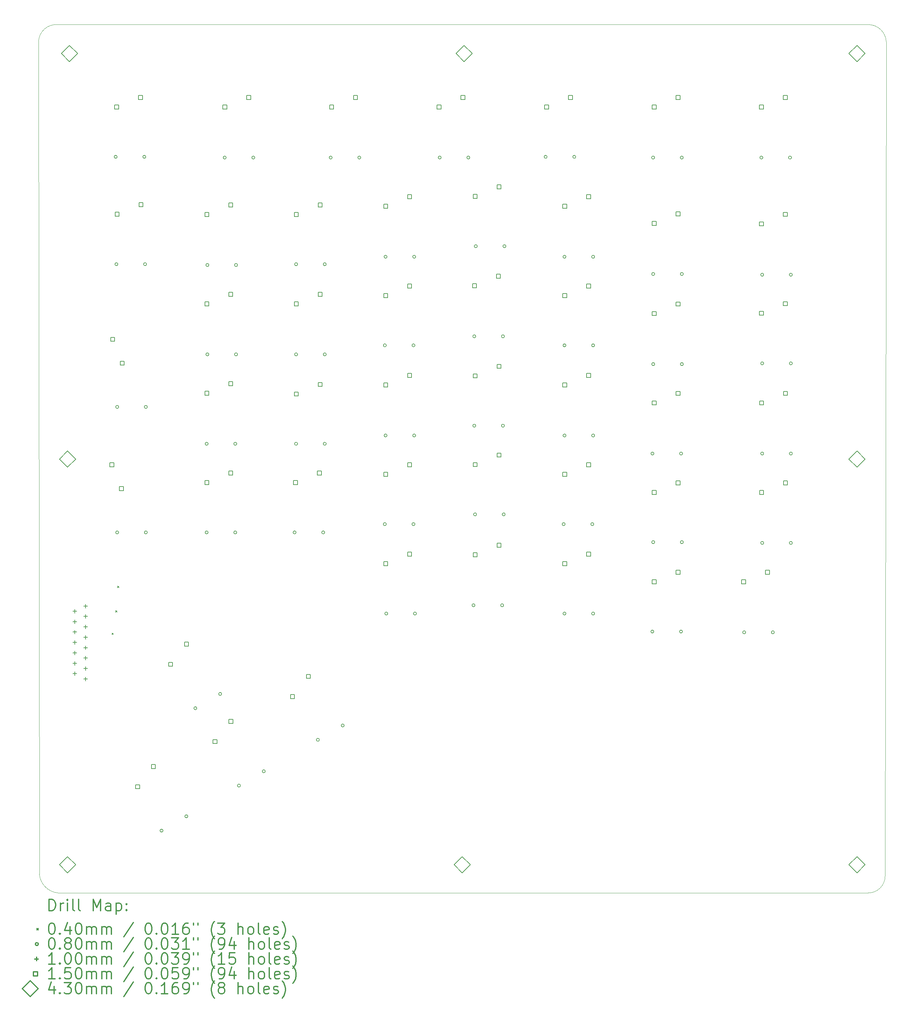
<source format=gbr>
%FSLAX45Y45*%
G04 Gerber Fmt 4.5, Leading zero omitted, Abs format (unit mm)*
G04 Created by KiCad (PCBNEW 5.1.6-c6e7f7d~87~ubuntu20.04.1) date 2020-09-08 11:45:37*
%MOMM*%
%LPD*%
G01*
G04 APERTURE LIST*
%TA.AperFunction,Profile*%
%ADD10C,0.100000*%
%TD*%
%ADD11C,0.200000*%
%ADD12C,0.300000*%
G04 APERTURE END LIST*
D10*
X25050000Y-25050000D02*
X25080000Y-2840000D01*
X25050000Y-25050000D02*
G75*
G02*
X24600000Y-25500000I-450000J0D01*
G01*
X3050000Y-25500000D02*
X24600000Y-25500000D01*
X3050000Y-25500000D02*
G75*
G02*
X2550000Y-25000000I50000J550000D01*
G01*
X2528301Y-2850000D02*
X2550000Y-25000000D01*
X2528301Y-2850000D02*
G75*
G02*
X3040000Y-2380000I471699J0D01*
G01*
X24600000Y-2379584D02*
X3040000Y-2380000D01*
X24600000Y-2379584D02*
G75*
G02*
X25080000Y-2840000I0J-480416D01*
G01*
D11*
X4480000Y-18580000D02*
X4520000Y-18620000D01*
X4520000Y-18580000D02*
X4480000Y-18620000D01*
X4580000Y-17980000D02*
X4620000Y-18020000D01*
X4620000Y-17980000D02*
X4580000Y-18020000D01*
X4630000Y-17330000D02*
X4670000Y-17370000D01*
X4670000Y-17330000D02*
X4630000Y-17370000D01*
X18918000Y-5920000D02*
G75*
G03*
X18918000Y-5920000I-40000J0D01*
G01*
X19680000Y-5920000D02*
G75*
G03*
X19680000Y-5920000I-40000J0D01*
G01*
X16560000Y-8560000D02*
G75*
G03*
X16560000Y-8560000I-40000J0D01*
G01*
X17322000Y-8560000D02*
G75*
G03*
X17322000Y-8560000I-40000J0D01*
G01*
X9380000Y-15900000D02*
G75*
G03*
X9380000Y-15900000I-40000J0D01*
G01*
X10142000Y-15900000D02*
G75*
G03*
X10142000Y-15900000I-40000J0D01*
G01*
X11780000Y-10920000D02*
G75*
G03*
X11780000Y-10920000I-40000J0D01*
G01*
X12542000Y-10920000D02*
G75*
G03*
X12542000Y-10920000I-40000J0D01*
G01*
X21340000Y-18560000D02*
G75*
G03*
X21340000Y-18560000I-40000J0D01*
G01*
X22102000Y-18560000D02*
G75*
G03*
X22102000Y-18560000I-40000J0D01*
G01*
X7900090Y-22641000D02*
G75*
G03*
X7900090Y-22641000I-40000J0D01*
G01*
X8560001Y-22260000D02*
G75*
G03*
X8560001Y-22260000I-40000J0D01*
G01*
X4660000Y-15900000D02*
G75*
G03*
X4660000Y-15900000I-40000J0D01*
G01*
X5422000Y-15900000D02*
G75*
G03*
X5422000Y-15900000I-40000J0D01*
G01*
X7040000Y-13540000D02*
G75*
G03*
X7040000Y-13540000I-40000J0D01*
G01*
X7802000Y-13540000D02*
G75*
G03*
X7802000Y-13540000I-40000J0D01*
G01*
X11780000Y-15680000D02*
G75*
G03*
X11780000Y-15680000I-40000J0D01*
G01*
X12542000Y-15680000D02*
G75*
G03*
X12542000Y-15680000I-40000J0D01*
G01*
X16538000Y-15680000D02*
G75*
G03*
X16538000Y-15680000I-40000J0D01*
G01*
X17300000Y-15680000D02*
G75*
G03*
X17300000Y-15680000I-40000J0D01*
G01*
X14140000Y-17840000D02*
G75*
G03*
X14140000Y-17840000I-40000J0D01*
G01*
X14902000Y-17840000D02*
G75*
G03*
X14902000Y-17840000I-40000J0D01*
G01*
X10340000Y-5920000D02*
G75*
G03*
X10340000Y-5920000I-40000J0D01*
G01*
X11102000Y-5920000D02*
G75*
G03*
X11102000Y-5920000I-40000J0D01*
G01*
X14160000Y-10680000D02*
G75*
G03*
X14160000Y-10680000I-40000J0D01*
G01*
X14922000Y-10680000D02*
G75*
G03*
X14922000Y-10680000I-40000J0D01*
G01*
X9420000Y-8760000D02*
G75*
G03*
X9420000Y-8760000I-40000J0D01*
G01*
X10182000Y-8760000D02*
G75*
G03*
X10182000Y-8760000I-40000J0D01*
G01*
X16560000Y-10920000D02*
G75*
G03*
X16560000Y-10920000I-40000J0D01*
G01*
X17322000Y-10920000D02*
G75*
G03*
X17322000Y-10920000I-40000J0D01*
G01*
X21820000Y-11400000D02*
G75*
G03*
X21820000Y-11400000I-40000J0D01*
G01*
X22582000Y-11400000D02*
G75*
G03*
X22582000Y-11400000I-40000J0D01*
G01*
X21820000Y-9040000D02*
G75*
G03*
X21820000Y-9040000I-40000J0D01*
G01*
X22582000Y-9040000D02*
G75*
G03*
X22582000Y-9040000I-40000J0D01*
G01*
X16560000Y-18060000D02*
G75*
G03*
X16560000Y-18060000I-40000J0D01*
G01*
X17322000Y-18060000D02*
G75*
G03*
X17322000Y-18060000I-40000J0D01*
G01*
X7040000Y-15900000D02*
G75*
G03*
X7040000Y-15900000I-40000J0D01*
G01*
X7802000Y-15900000D02*
G75*
G03*
X7802000Y-15900000I-40000J0D01*
G01*
X6740090Y-20581000D02*
G75*
G03*
X6740090Y-20581000I-40000J0D01*
G01*
X7400001Y-20200000D02*
G75*
G03*
X7400001Y-20200000I-40000J0D01*
G01*
X4660000Y-12560000D02*
G75*
G03*
X4660000Y-12560000I-40000J0D01*
G01*
X5422000Y-12560000D02*
G75*
G03*
X5422000Y-12560000I-40000J0D01*
G01*
X7060000Y-11160000D02*
G75*
G03*
X7060000Y-11160000I-40000J0D01*
G01*
X7822000Y-11160000D02*
G75*
G03*
X7822000Y-11160000I-40000J0D01*
G01*
X21820000Y-13800000D02*
G75*
G03*
X21820000Y-13800000I-40000J0D01*
G01*
X22582000Y-13800000D02*
G75*
G03*
X22582000Y-13800000I-40000J0D01*
G01*
X7060000Y-8780000D02*
G75*
G03*
X7060000Y-8780000I-40000J0D01*
G01*
X7822000Y-8780000D02*
G75*
G03*
X7822000Y-8780000I-40000J0D01*
G01*
X18920000Y-16160000D02*
G75*
G03*
X18920000Y-16160000I-40000J0D01*
G01*
X19682000Y-16160000D02*
G75*
G03*
X19682000Y-16160000I-40000J0D01*
G01*
X18920000Y-9020000D02*
G75*
G03*
X18920000Y-9020000I-40000J0D01*
G01*
X19682000Y-9020000D02*
G75*
G03*
X19682000Y-9020000I-40000J0D01*
G01*
X9420000Y-13540000D02*
G75*
G03*
X9420000Y-13540000I-40000J0D01*
G01*
X10182000Y-13540000D02*
G75*
G03*
X10182000Y-13540000I-40000J0D01*
G01*
X14180000Y-15420000D02*
G75*
G03*
X14180000Y-15420000I-40000J0D01*
G01*
X14942000Y-15420000D02*
G75*
G03*
X14942000Y-15420000I-40000J0D01*
G01*
X11820000Y-18060000D02*
G75*
G03*
X11820000Y-18060000I-40000J0D01*
G01*
X12582000Y-18060000D02*
G75*
G03*
X12582000Y-18060000I-40000J0D01*
G01*
X11800000Y-8560000D02*
G75*
G03*
X11800000Y-8560000I-40000J0D01*
G01*
X12562000Y-8560000D02*
G75*
G03*
X12562000Y-8560000I-40000J0D01*
G01*
X10000090Y-21421000D02*
G75*
G03*
X10000090Y-21421000I-40000J0D01*
G01*
X10660001Y-21040000D02*
G75*
G03*
X10660001Y-21040000I-40000J0D01*
G01*
X5840090Y-23841000D02*
G75*
G03*
X5840090Y-23841000I-40000J0D01*
G01*
X6500001Y-23460000D02*
G75*
G03*
X6500001Y-23460000I-40000J0D01*
G01*
X21820000Y-16180000D02*
G75*
G03*
X21820000Y-16180000I-40000J0D01*
G01*
X22582000Y-16180000D02*
G75*
G03*
X22582000Y-16180000I-40000J0D01*
G01*
X18898000Y-18540000D02*
G75*
G03*
X18898000Y-18540000I-40000J0D01*
G01*
X19660000Y-18540000D02*
G75*
G03*
X19660000Y-18540000I-40000J0D01*
G01*
X9420000Y-11160000D02*
G75*
G03*
X9420000Y-11160000I-40000J0D01*
G01*
X10182000Y-11160000D02*
G75*
G03*
X10182000Y-11160000I-40000J0D01*
G01*
X21798000Y-5920000D02*
G75*
G03*
X21798000Y-5920000I-40000J0D01*
G01*
X22560000Y-5920000D02*
G75*
G03*
X22560000Y-5920000I-40000J0D01*
G01*
X16058000Y-5900000D02*
G75*
G03*
X16058000Y-5900000I-40000J0D01*
G01*
X16820000Y-5900000D02*
G75*
G03*
X16820000Y-5900000I-40000J0D01*
G01*
X7520000Y-5920000D02*
G75*
G03*
X7520000Y-5920000I-40000J0D01*
G01*
X8282000Y-5920000D02*
G75*
G03*
X8282000Y-5920000I-40000J0D01*
G01*
X18920000Y-11420000D02*
G75*
G03*
X18920000Y-11420000I-40000J0D01*
G01*
X19682000Y-11420000D02*
G75*
G03*
X19682000Y-11420000I-40000J0D01*
G01*
X4620000Y-5900000D02*
G75*
G03*
X4620000Y-5900000I-40000J0D01*
G01*
X5382000Y-5900000D02*
G75*
G03*
X5382000Y-5900000I-40000J0D01*
G01*
X4640000Y-8760000D02*
G75*
G03*
X4640000Y-8760000I-40000J0D01*
G01*
X5402000Y-8760000D02*
G75*
G03*
X5402000Y-8760000I-40000J0D01*
G01*
X13240000Y-5920000D02*
G75*
G03*
X13240000Y-5920000I-40000J0D01*
G01*
X14002000Y-5920000D02*
G75*
G03*
X14002000Y-5920000I-40000J0D01*
G01*
X18900000Y-13800000D02*
G75*
G03*
X18900000Y-13800000I-40000J0D01*
G01*
X19662000Y-13800000D02*
G75*
G03*
X19662000Y-13800000I-40000J0D01*
G01*
X14200000Y-8280000D02*
G75*
G03*
X14200000Y-8280000I-40000J0D01*
G01*
X14962000Y-8280000D02*
G75*
G03*
X14962000Y-8280000I-40000J0D01*
G01*
X16560000Y-13320000D02*
G75*
G03*
X16560000Y-13320000I-40000J0D01*
G01*
X17322000Y-13320000D02*
G75*
G03*
X17322000Y-13320000I-40000J0D01*
G01*
X11800000Y-13320000D02*
G75*
G03*
X11800000Y-13320000I-40000J0D01*
G01*
X12562000Y-13320000D02*
G75*
G03*
X12562000Y-13320000I-40000J0D01*
G01*
X14160000Y-13060000D02*
G75*
G03*
X14160000Y-13060000I-40000J0D01*
G01*
X14922000Y-13060000D02*
G75*
G03*
X14922000Y-13060000I-40000J0D01*
G01*
X3496000Y-17948500D02*
X3496000Y-18048500D01*
X3446000Y-17998500D02*
X3546000Y-17998500D01*
X3496000Y-18225500D02*
X3496000Y-18325500D01*
X3446000Y-18275500D02*
X3546000Y-18275500D01*
X3496000Y-18502500D02*
X3496000Y-18602500D01*
X3446000Y-18552500D02*
X3546000Y-18552500D01*
X3496000Y-18779500D02*
X3496000Y-18879500D01*
X3446000Y-18829500D02*
X3546000Y-18829500D01*
X3496000Y-19056500D02*
X3496000Y-19156500D01*
X3446000Y-19106500D02*
X3546000Y-19106500D01*
X3496000Y-19333500D02*
X3496000Y-19433500D01*
X3446000Y-19383500D02*
X3546000Y-19383500D01*
X3496000Y-19610500D02*
X3496000Y-19710500D01*
X3446000Y-19660500D02*
X3546000Y-19660500D01*
X3780000Y-17810000D02*
X3780000Y-17910000D01*
X3730000Y-17860000D02*
X3830000Y-17860000D01*
X3780000Y-18087000D02*
X3780000Y-18187000D01*
X3730000Y-18137000D02*
X3830000Y-18137000D01*
X3780000Y-18364000D02*
X3780000Y-18464000D01*
X3730000Y-18414000D02*
X3830000Y-18414000D01*
X3780000Y-18641000D02*
X3780000Y-18741000D01*
X3730000Y-18691000D02*
X3830000Y-18691000D01*
X3780000Y-18918000D02*
X3780000Y-19018000D01*
X3730000Y-18968000D02*
X3830000Y-18968000D01*
X3780000Y-19195000D02*
X3780000Y-19295000D01*
X3730000Y-19245000D02*
X3830000Y-19245000D01*
X3780000Y-19472000D02*
X3780000Y-19572000D01*
X3730000Y-19522000D02*
X3830000Y-19522000D01*
X3780000Y-19749000D02*
X3780000Y-19849000D01*
X3730000Y-19799000D02*
X3830000Y-19799000D01*
X6096077Y-19463604D02*
X6096077Y-19357537D01*
X5990010Y-19357537D01*
X5990010Y-19463604D01*
X6096077Y-19463604D01*
X6519003Y-18926134D02*
X6519003Y-18820067D01*
X6412936Y-18820067D01*
X6412936Y-18926134D01*
X6519003Y-18926134D01*
X9438034Y-12267033D02*
X9438034Y-12160966D01*
X9331967Y-12160966D01*
X9331967Y-12267033D01*
X9438034Y-12267033D01*
X10073034Y-12013033D02*
X10073034Y-11906966D01*
X9966967Y-11906966D01*
X9966967Y-12013033D01*
X10073034Y-12013033D01*
X7058033Y-12247033D02*
X7058033Y-12140966D01*
X6951966Y-12140966D01*
X6951966Y-12247033D01*
X7058033Y-12247033D01*
X7693033Y-11993033D02*
X7693033Y-11886966D01*
X7586966Y-11886966D01*
X7586966Y-11993033D01*
X7693033Y-11993033D01*
X11818033Y-14407033D02*
X11818033Y-14300966D01*
X11711966Y-14300966D01*
X11711966Y-14407033D01*
X11818033Y-14407033D01*
X12453033Y-14153033D02*
X12453033Y-14046966D01*
X12346966Y-14046966D01*
X12346966Y-14153033D01*
X12453033Y-14153033D01*
X18958034Y-14887033D02*
X18958034Y-14780966D01*
X18851967Y-14780966D01*
X18851967Y-14887033D01*
X18958034Y-14887033D01*
X19593034Y-14633033D02*
X19593034Y-14526966D01*
X19486967Y-14526966D01*
X19486967Y-14633033D01*
X19593034Y-14633033D01*
X7058033Y-14627033D02*
X7058033Y-14520966D01*
X6951966Y-14520966D01*
X6951966Y-14627033D01*
X7058033Y-14627033D01*
X7693033Y-14373033D02*
X7693033Y-14266966D01*
X7586966Y-14266966D01*
X7586966Y-14373033D01*
X7693033Y-14373033D01*
X14198033Y-16547033D02*
X14198033Y-16440966D01*
X14091966Y-16440966D01*
X14091966Y-16547033D01*
X14198033Y-16547033D01*
X14833033Y-16293033D02*
X14833033Y-16186966D01*
X14726966Y-16186966D01*
X14726966Y-16293033D01*
X14833033Y-16293033D01*
X21812034Y-10119034D02*
X21812034Y-10012967D01*
X21705967Y-10012967D01*
X21705967Y-10119034D01*
X21812034Y-10119034D01*
X22447033Y-9865034D02*
X22447033Y-9758967D01*
X22340967Y-9758967D01*
X22340967Y-9865034D01*
X22447033Y-9865034D01*
X16578033Y-9647034D02*
X16578033Y-9540967D01*
X16471966Y-9540967D01*
X16471966Y-9647034D01*
X16578033Y-9647034D01*
X17213034Y-9393034D02*
X17213034Y-9286967D01*
X17106967Y-9286967D01*
X17106967Y-9393034D01*
X17213034Y-9393034D01*
X13238033Y-4627034D02*
X13238033Y-4520967D01*
X13131966Y-4520967D01*
X13131966Y-4627034D01*
X13238033Y-4627034D01*
X13873033Y-4373034D02*
X13873033Y-4266967D01*
X13766966Y-4266967D01*
X13766966Y-4373034D01*
X13873033Y-4373034D01*
X21818034Y-12507033D02*
X21818034Y-12400966D01*
X21711967Y-12400966D01*
X21711967Y-12507033D01*
X21818034Y-12507033D01*
X22453033Y-12253033D02*
X22453033Y-12146966D01*
X22346967Y-12146966D01*
X22346967Y-12253033D01*
X22453033Y-12253033D01*
X5216077Y-22723604D02*
X5216077Y-22617537D01*
X5110010Y-22617537D01*
X5110010Y-22723604D01*
X5216077Y-22723604D01*
X5639003Y-22186134D02*
X5639003Y-22080067D01*
X5532937Y-22080067D01*
X5532937Y-22186134D01*
X5639003Y-22186134D01*
X7058033Y-9867034D02*
X7058033Y-9760967D01*
X6951966Y-9760967D01*
X6951966Y-9867034D01*
X7058033Y-9867034D01*
X7693033Y-9613034D02*
X7693033Y-9506967D01*
X7586966Y-9506967D01*
X7586966Y-9613034D01*
X7693033Y-9613034D01*
X14198033Y-11787033D02*
X14198033Y-11680966D01*
X14091966Y-11680966D01*
X14091966Y-11787033D01*
X14198033Y-11787033D01*
X14833033Y-11533033D02*
X14833033Y-11426966D01*
X14726966Y-11426966D01*
X14726966Y-11533033D01*
X14833033Y-11533033D01*
X9418034Y-14627033D02*
X9418034Y-14520966D01*
X9311967Y-14520966D01*
X9311967Y-14627033D01*
X9418034Y-14627033D01*
X10053034Y-14373033D02*
X10053034Y-14266966D01*
X9946967Y-14266966D01*
X9946967Y-14373033D01*
X10053034Y-14373033D01*
X11818033Y-9647034D02*
X11818033Y-9540967D01*
X11711966Y-9540967D01*
X11711966Y-9647034D01*
X11818033Y-9647034D01*
X12453033Y-9393034D02*
X12453033Y-9286967D01*
X12346966Y-9286967D01*
X12346966Y-9393034D01*
X12453033Y-9393034D01*
X21818034Y-14887033D02*
X21818034Y-14780966D01*
X21711967Y-14780966D01*
X21711967Y-14887033D01*
X21818034Y-14887033D01*
X22453033Y-14633033D02*
X22453033Y-14526966D01*
X22346967Y-14526966D01*
X22346967Y-14633033D01*
X22453033Y-14633033D01*
X16578033Y-16787034D02*
X16578033Y-16680966D01*
X16471966Y-16680966D01*
X16471966Y-16787034D01*
X16578033Y-16787034D01*
X17213034Y-16533033D02*
X17213034Y-16426966D01*
X17106967Y-16426966D01*
X17106967Y-16533033D01*
X17213034Y-16533033D01*
X16578033Y-7267033D02*
X16578033Y-7160966D01*
X16471966Y-7160966D01*
X16471966Y-7267033D01*
X16578033Y-7267033D01*
X17213034Y-7013033D02*
X17213034Y-6906966D01*
X17106967Y-6906966D01*
X17106967Y-7013033D01*
X17213034Y-7013033D01*
X18958034Y-10127034D02*
X18958034Y-10020967D01*
X18851967Y-10020967D01*
X18851967Y-10127034D01*
X18958034Y-10127034D01*
X19593034Y-9873034D02*
X19593034Y-9766967D01*
X19486967Y-9766967D01*
X19486967Y-9873034D01*
X19593034Y-9873034D01*
X4533034Y-14153033D02*
X4533034Y-14046966D01*
X4426967Y-14046966D01*
X4426967Y-14153033D01*
X4533034Y-14153033D01*
X4787034Y-14788033D02*
X4787034Y-14681966D01*
X4680967Y-14681966D01*
X4680967Y-14788033D01*
X4787034Y-14788033D01*
X7058033Y-7487033D02*
X7058033Y-7380966D01*
X6951966Y-7380966D01*
X6951966Y-7487033D01*
X7058033Y-7487033D01*
X7693033Y-7233033D02*
X7693033Y-7126966D01*
X7586966Y-7126966D01*
X7586966Y-7233033D01*
X7693033Y-7233033D01*
X14198033Y-14147033D02*
X14198033Y-14040966D01*
X14091966Y-14040966D01*
X14091966Y-14147033D01*
X14198033Y-14147033D01*
X14833033Y-13893033D02*
X14833033Y-13786966D01*
X14726966Y-13786966D01*
X14726966Y-13893033D01*
X14833033Y-13893033D01*
X16098033Y-4627034D02*
X16098033Y-4520967D01*
X15991966Y-4520967D01*
X15991966Y-4627034D01*
X16098033Y-4627034D01*
X16733033Y-4373034D02*
X16733033Y-4266967D01*
X16626966Y-4266967D01*
X16626966Y-4373034D01*
X16733033Y-4373034D01*
X9438034Y-9867034D02*
X9438034Y-9760967D01*
X9331967Y-9760967D01*
X9331967Y-9867034D01*
X9438034Y-9867034D01*
X10073034Y-9613034D02*
X10073034Y-9506967D01*
X9966967Y-9506967D01*
X9966967Y-9613034D01*
X10073034Y-9613034D01*
X9336077Y-20323604D02*
X9336077Y-20217537D01*
X9230010Y-20217537D01*
X9230010Y-20323604D01*
X9336077Y-20323604D01*
X9759004Y-19786134D02*
X9759004Y-19680067D01*
X9652937Y-19680067D01*
X9652937Y-19786134D01*
X9759004Y-19786134D01*
X11818033Y-7267033D02*
X11818033Y-7160966D01*
X11711966Y-7160966D01*
X11711966Y-7267033D01*
X11818033Y-7267033D01*
X12453033Y-7013033D02*
X12453033Y-6906966D01*
X12346966Y-6906966D01*
X12346966Y-7013033D01*
X12453033Y-7013033D01*
X4553034Y-10813034D02*
X4553034Y-10706967D01*
X4446967Y-10706967D01*
X4446967Y-10813034D01*
X4553034Y-10813034D01*
X4807034Y-11448033D02*
X4807034Y-11341966D01*
X4700967Y-11341966D01*
X4700967Y-11448033D01*
X4807034Y-11448033D01*
X7538033Y-4627034D02*
X7538033Y-4520967D01*
X7431966Y-4520967D01*
X7431966Y-4627034D01*
X7538033Y-4627034D01*
X8173033Y-4373034D02*
X8173033Y-4266967D01*
X8066966Y-4266967D01*
X8066966Y-4373034D01*
X8173033Y-4373034D01*
X21812034Y-4627034D02*
X21812034Y-4520967D01*
X21705967Y-4520967D01*
X21705967Y-4627034D01*
X21812034Y-4627034D01*
X22447033Y-4373034D02*
X22447033Y-4266967D01*
X22340967Y-4266967D01*
X22340967Y-4373034D01*
X22447033Y-4373034D01*
X18958034Y-17267034D02*
X18958034Y-17160967D01*
X18851967Y-17160967D01*
X18851967Y-17267034D01*
X18958034Y-17267034D01*
X19593034Y-17013034D02*
X19593034Y-16906967D01*
X19486967Y-16906967D01*
X19486967Y-17013034D01*
X19593034Y-17013034D01*
X16578033Y-12027033D02*
X16578033Y-11920966D01*
X16471966Y-11920966D01*
X16471966Y-12027033D01*
X16578033Y-12027033D01*
X17213034Y-11773033D02*
X17213034Y-11666966D01*
X17106967Y-11666966D01*
X17106967Y-11773033D01*
X17213034Y-11773033D01*
X4658034Y-4627034D02*
X4658034Y-4520967D01*
X4551967Y-4520967D01*
X4551967Y-4627034D01*
X4658034Y-4627034D01*
X5293034Y-4373034D02*
X5293034Y-4266967D01*
X5186967Y-4266967D01*
X5186967Y-4373034D01*
X5293034Y-4373034D01*
X14178033Y-9387034D02*
X14178033Y-9280967D01*
X14071966Y-9280967D01*
X14071966Y-9387034D01*
X14178033Y-9387034D01*
X14813033Y-9133034D02*
X14813033Y-9026967D01*
X14706966Y-9026967D01*
X14706966Y-9133034D01*
X14813033Y-9133034D01*
X18958034Y-4627034D02*
X18958034Y-4520967D01*
X18851967Y-4520967D01*
X18851967Y-4627034D01*
X18958034Y-4627034D01*
X19593034Y-4373034D02*
X19593034Y-4266967D01*
X19486967Y-4266967D01*
X19486967Y-4373034D01*
X19593034Y-4373034D01*
X11818033Y-12027033D02*
X11818033Y-11920966D01*
X11711966Y-11920966D01*
X11711966Y-12027033D01*
X11818033Y-12027033D01*
X12453033Y-11773033D02*
X12453033Y-11666966D01*
X12346966Y-11666966D01*
X12346966Y-11773033D01*
X12453033Y-11773033D01*
X9438034Y-7487033D02*
X9438034Y-7380966D01*
X9331967Y-7380966D01*
X9331967Y-7487033D01*
X9438034Y-7487033D01*
X10073034Y-7233033D02*
X10073034Y-7126966D01*
X9966967Y-7126966D01*
X9966967Y-7233033D01*
X10073034Y-7233033D01*
X7276077Y-21523604D02*
X7276077Y-21417537D01*
X7170010Y-21417537D01*
X7170010Y-21523604D01*
X7276077Y-21523604D01*
X7699003Y-20986134D02*
X7699003Y-20880067D01*
X7592936Y-20880067D01*
X7592936Y-20986134D01*
X7699003Y-20986134D01*
X10378034Y-4627034D02*
X10378034Y-4520967D01*
X10271967Y-4520967D01*
X10271967Y-4627034D01*
X10378034Y-4627034D01*
X11013034Y-4373034D02*
X11013034Y-4266967D01*
X10906967Y-4266967D01*
X10906967Y-4373034D01*
X11013034Y-4373034D01*
X11818033Y-16787034D02*
X11818033Y-16680966D01*
X11711966Y-16680966D01*
X11711966Y-16787034D01*
X11818033Y-16787034D01*
X12453033Y-16533033D02*
X12453033Y-16426966D01*
X12346966Y-16426966D01*
X12346966Y-16533033D01*
X12453033Y-16533033D01*
X21812034Y-7739033D02*
X21812034Y-7632966D01*
X21705967Y-7632966D01*
X21705967Y-7739033D01*
X21812034Y-7739033D01*
X22447033Y-7485033D02*
X22447033Y-7378966D01*
X22340967Y-7378966D01*
X22340967Y-7485033D01*
X22447033Y-7485033D01*
X21338034Y-17267034D02*
X21338034Y-17160967D01*
X21231967Y-17160967D01*
X21231967Y-17267034D01*
X21338034Y-17267034D01*
X21973034Y-17013034D02*
X21973034Y-16906967D01*
X21866967Y-16906967D01*
X21866967Y-17013034D01*
X21973034Y-17013034D01*
X18958034Y-7727033D02*
X18958034Y-7620966D01*
X18851967Y-7620966D01*
X18851967Y-7727033D01*
X18958034Y-7727033D01*
X19593034Y-7473033D02*
X19593034Y-7366966D01*
X19486967Y-7366966D01*
X19486967Y-7473033D01*
X19593034Y-7473033D01*
X4672034Y-7479033D02*
X4672034Y-7372966D01*
X4565967Y-7372966D01*
X4565967Y-7479033D01*
X4672034Y-7479033D01*
X5307034Y-7225033D02*
X5307034Y-7118966D01*
X5200967Y-7118966D01*
X5200967Y-7225033D01*
X5307034Y-7225033D01*
X18958034Y-12507033D02*
X18958034Y-12400966D01*
X18851967Y-12400966D01*
X18851967Y-12507033D01*
X18958034Y-12507033D01*
X19593034Y-12253033D02*
X19593034Y-12146966D01*
X19486967Y-12146966D01*
X19486967Y-12253033D01*
X19593034Y-12253033D01*
X16578033Y-14407033D02*
X16578033Y-14300966D01*
X16471966Y-14300966D01*
X16471966Y-14407033D01*
X16578033Y-14407033D01*
X17213034Y-14153033D02*
X17213034Y-14046966D01*
X17106967Y-14046966D01*
X17106967Y-14153033D01*
X17213034Y-14153033D01*
X14198033Y-7007033D02*
X14198033Y-6900966D01*
X14091966Y-6900966D01*
X14091966Y-7007033D01*
X14198033Y-7007033D01*
X14833033Y-6753033D02*
X14833033Y-6646966D01*
X14726966Y-6646966D01*
X14726966Y-6753033D01*
X14833033Y-6753033D01*
X13850000Y-3365000D02*
X14065000Y-3150000D01*
X13850000Y-2935000D01*
X13635000Y-3150000D01*
X13850000Y-3365000D01*
X3350000Y-3365000D02*
X3565000Y-3150000D01*
X3350000Y-2935000D01*
X3135000Y-3150000D01*
X3350000Y-3365000D01*
X24300000Y-24965000D02*
X24515000Y-24750000D01*
X24300000Y-24535000D01*
X24085000Y-24750000D01*
X24300000Y-24965000D01*
X24300000Y-3365000D02*
X24515000Y-3150000D01*
X24300000Y-2935000D01*
X24085000Y-3150000D01*
X24300000Y-3365000D01*
X3300000Y-24965000D02*
X3515000Y-24750000D01*
X3300000Y-24535000D01*
X3085000Y-24750000D01*
X3300000Y-24965000D01*
X24300000Y-14165000D02*
X24515000Y-13950000D01*
X24300000Y-13735000D01*
X24085000Y-13950000D01*
X24300000Y-14165000D01*
X3300000Y-14165000D02*
X3515000Y-13950000D01*
X3300000Y-13735000D01*
X3085000Y-13950000D01*
X3300000Y-14165000D01*
X13800000Y-24965000D02*
X14015000Y-24750000D01*
X13800000Y-24535000D01*
X13585000Y-24750000D01*
X13800000Y-24965000D01*
D12*
X2809729Y-25970714D02*
X2809729Y-25670714D01*
X2881158Y-25670714D01*
X2924015Y-25685000D01*
X2952587Y-25713571D01*
X2966872Y-25742143D01*
X2981158Y-25799286D01*
X2981158Y-25842143D01*
X2966872Y-25899286D01*
X2952587Y-25927857D01*
X2924015Y-25956429D01*
X2881158Y-25970714D01*
X2809729Y-25970714D01*
X3109729Y-25970714D02*
X3109729Y-25770714D01*
X3109729Y-25827857D02*
X3124015Y-25799286D01*
X3138301Y-25785000D01*
X3166872Y-25770714D01*
X3195444Y-25770714D01*
X3295444Y-25970714D02*
X3295444Y-25770714D01*
X3295444Y-25670714D02*
X3281158Y-25685000D01*
X3295444Y-25699286D01*
X3309729Y-25685000D01*
X3295444Y-25670714D01*
X3295444Y-25699286D01*
X3481158Y-25970714D02*
X3452587Y-25956429D01*
X3438301Y-25927857D01*
X3438301Y-25670714D01*
X3638301Y-25970714D02*
X3609729Y-25956429D01*
X3595444Y-25927857D01*
X3595444Y-25670714D01*
X3981158Y-25970714D02*
X3981158Y-25670714D01*
X4081158Y-25885000D01*
X4181158Y-25670714D01*
X4181158Y-25970714D01*
X4452587Y-25970714D02*
X4452587Y-25813571D01*
X4438301Y-25785000D01*
X4409730Y-25770714D01*
X4352587Y-25770714D01*
X4324015Y-25785000D01*
X4452587Y-25956429D02*
X4424015Y-25970714D01*
X4352587Y-25970714D01*
X4324015Y-25956429D01*
X4309730Y-25927857D01*
X4309730Y-25899286D01*
X4324015Y-25870714D01*
X4352587Y-25856429D01*
X4424015Y-25856429D01*
X4452587Y-25842143D01*
X4595444Y-25770714D02*
X4595444Y-26070714D01*
X4595444Y-25785000D02*
X4624015Y-25770714D01*
X4681158Y-25770714D01*
X4709730Y-25785000D01*
X4724015Y-25799286D01*
X4738301Y-25827857D01*
X4738301Y-25913571D01*
X4724015Y-25942143D01*
X4709730Y-25956429D01*
X4681158Y-25970714D01*
X4624015Y-25970714D01*
X4595444Y-25956429D01*
X4866872Y-25942143D02*
X4881158Y-25956429D01*
X4866872Y-25970714D01*
X4852587Y-25956429D01*
X4866872Y-25942143D01*
X4866872Y-25970714D01*
X4866872Y-25785000D02*
X4881158Y-25799286D01*
X4866872Y-25813571D01*
X4852587Y-25799286D01*
X4866872Y-25785000D01*
X4866872Y-25813571D01*
X2483301Y-26445000D02*
X2523301Y-26485000D01*
X2523301Y-26445000D02*
X2483301Y-26485000D01*
X2866872Y-26300714D02*
X2895444Y-26300714D01*
X2924015Y-26315000D01*
X2938301Y-26329286D01*
X2952587Y-26357857D01*
X2966872Y-26415000D01*
X2966872Y-26486429D01*
X2952587Y-26543571D01*
X2938301Y-26572143D01*
X2924015Y-26586429D01*
X2895444Y-26600714D01*
X2866872Y-26600714D01*
X2838301Y-26586429D01*
X2824015Y-26572143D01*
X2809729Y-26543571D01*
X2795444Y-26486429D01*
X2795444Y-26415000D01*
X2809729Y-26357857D01*
X2824015Y-26329286D01*
X2838301Y-26315000D01*
X2866872Y-26300714D01*
X3095444Y-26572143D02*
X3109729Y-26586429D01*
X3095444Y-26600714D01*
X3081158Y-26586429D01*
X3095444Y-26572143D01*
X3095444Y-26600714D01*
X3366872Y-26400714D02*
X3366872Y-26600714D01*
X3295444Y-26286429D02*
X3224015Y-26500714D01*
X3409729Y-26500714D01*
X3581158Y-26300714D02*
X3609729Y-26300714D01*
X3638301Y-26315000D01*
X3652587Y-26329286D01*
X3666872Y-26357857D01*
X3681158Y-26415000D01*
X3681158Y-26486429D01*
X3666872Y-26543571D01*
X3652587Y-26572143D01*
X3638301Y-26586429D01*
X3609729Y-26600714D01*
X3581158Y-26600714D01*
X3552587Y-26586429D01*
X3538301Y-26572143D01*
X3524015Y-26543571D01*
X3509729Y-26486429D01*
X3509729Y-26415000D01*
X3524015Y-26357857D01*
X3538301Y-26329286D01*
X3552587Y-26315000D01*
X3581158Y-26300714D01*
X3809729Y-26600714D02*
X3809729Y-26400714D01*
X3809729Y-26429286D02*
X3824015Y-26415000D01*
X3852587Y-26400714D01*
X3895444Y-26400714D01*
X3924015Y-26415000D01*
X3938301Y-26443571D01*
X3938301Y-26600714D01*
X3938301Y-26443571D02*
X3952587Y-26415000D01*
X3981158Y-26400714D01*
X4024015Y-26400714D01*
X4052587Y-26415000D01*
X4066872Y-26443571D01*
X4066872Y-26600714D01*
X4209730Y-26600714D02*
X4209730Y-26400714D01*
X4209730Y-26429286D02*
X4224015Y-26415000D01*
X4252587Y-26400714D01*
X4295444Y-26400714D01*
X4324015Y-26415000D01*
X4338301Y-26443571D01*
X4338301Y-26600714D01*
X4338301Y-26443571D02*
X4352587Y-26415000D01*
X4381158Y-26400714D01*
X4424015Y-26400714D01*
X4452587Y-26415000D01*
X4466872Y-26443571D01*
X4466872Y-26600714D01*
X5052587Y-26286429D02*
X4795444Y-26672143D01*
X5438301Y-26300714D02*
X5466872Y-26300714D01*
X5495444Y-26315000D01*
X5509730Y-26329286D01*
X5524015Y-26357857D01*
X5538301Y-26415000D01*
X5538301Y-26486429D01*
X5524015Y-26543571D01*
X5509730Y-26572143D01*
X5495444Y-26586429D01*
X5466872Y-26600714D01*
X5438301Y-26600714D01*
X5409730Y-26586429D01*
X5395444Y-26572143D01*
X5381158Y-26543571D01*
X5366872Y-26486429D01*
X5366872Y-26415000D01*
X5381158Y-26357857D01*
X5395444Y-26329286D01*
X5409730Y-26315000D01*
X5438301Y-26300714D01*
X5666872Y-26572143D02*
X5681158Y-26586429D01*
X5666872Y-26600714D01*
X5652587Y-26586429D01*
X5666872Y-26572143D01*
X5666872Y-26600714D01*
X5866872Y-26300714D02*
X5895444Y-26300714D01*
X5924015Y-26315000D01*
X5938301Y-26329286D01*
X5952587Y-26357857D01*
X5966872Y-26415000D01*
X5966872Y-26486429D01*
X5952587Y-26543571D01*
X5938301Y-26572143D01*
X5924015Y-26586429D01*
X5895444Y-26600714D01*
X5866872Y-26600714D01*
X5838301Y-26586429D01*
X5824015Y-26572143D01*
X5809729Y-26543571D01*
X5795444Y-26486429D01*
X5795444Y-26415000D01*
X5809729Y-26357857D01*
X5824015Y-26329286D01*
X5838301Y-26315000D01*
X5866872Y-26300714D01*
X6252587Y-26600714D02*
X6081158Y-26600714D01*
X6166872Y-26600714D02*
X6166872Y-26300714D01*
X6138301Y-26343571D01*
X6109729Y-26372143D01*
X6081158Y-26386429D01*
X6509729Y-26300714D02*
X6452587Y-26300714D01*
X6424015Y-26315000D01*
X6409729Y-26329286D01*
X6381158Y-26372143D01*
X6366872Y-26429286D01*
X6366872Y-26543571D01*
X6381158Y-26572143D01*
X6395444Y-26586429D01*
X6424015Y-26600714D01*
X6481158Y-26600714D01*
X6509729Y-26586429D01*
X6524015Y-26572143D01*
X6538301Y-26543571D01*
X6538301Y-26472143D01*
X6524015Y-26443571D01*
X6509729Y-26429286D01*
X6481158Y-26415000D01*
X6424015Y-26415000D01*
X6395444Y-26429286D01*
X6381158Y-26443571D01*
X6366872Y-26472143D01*
X6652587Y-26300714D02*
X6652587Y-26357857D01*
X6766872Y-26300714D02*
X6766872Y-26357857D01*
X7209729Y-26715000D02*
X7195444Y-26700714D01*
X7166872Y-26657857D01*
X7152587Y-26629286D01*
X7138301Y-26586429D01*
X7124015Y-26515000D01*
X7124015Y-26457857D01*
X7138301Y-26386429D01*
X7152587Y-26343571D01*
X7166872Y-26315000D01*
X7195444Y-26272143D01*
X7209729Y-26257857D01*
X7295444Y-26300714D02*
X7481158Y-26300714D01*
X7381158Y-26415000D01*
X7424015Y-26415000D01*
X7452587Y-26429286D01*
X7466872Y-26443571D01*
X7481158Y-26472143D01*
X7481158Y-26543571D01*
X7466872Y-26572143D01*
X7452587Y-26586429D01*
X7424015Y-26600714D01*
X7338301Y-26600714D01*
X7309729Y-26586429D01*
X7295444Y-26572143D01*
X7838301Y-26600714D02*
X7838301Y-26300714D01*
X7966872Y-26600714D02*
X7966872Y-26443571D01*
X7952587Y-26415000D01*
X7924015Y-26400714D01*
X7881158Y-26400714D01*
X7852587Y-26415000D01*
X7838301Y-26429286D01*
X8152587Y-26600714D02*
X8124015Y-26586429D01*
X8109729Y-26572143D01*
X8095444Y-26543571D01*
X8095444Y-26457857D01*
X8109729Y-26429286D01*
X8124015Y-26415000D01*
X8152587Y-26400714D01*
X8195444Y-26400714D01*
X8224015Y-26415000D01*
X8238301Y-26429286D01*
X8252587Y-26457857D01*
X8252587Y-26543571D01*
X8238301Y-26572143D01*
X8224015Y-26586429D01*
X8195444Y-26600714D01*
X8152587Y-26600714D01*
X8424015Y-26600714D02*
X8395444Y-26586429D01*
X8381158Y-26557857D01*
X8381158Y-26300714D01*
X8652587Y-26586429D02*
X8624015Y-26600714D01*
X8566872Y-26600714D01*
X8538301Y-26586429D01*
X8524015Y-26557857D01*
X8524015Y-26443571D01*
X8538301Y-26415000D01*
X8566872Y-26400714D01*
X8624015Y-26400714D01*
X8652587Y-26415000D01*
X8666872Y-26443571D01*
X8666872Y-26472143D01*
X8524015Y-26500714D01*
X8781158Y-26586429D02*
X8809730Y-26600714D01*
X8866872Y-26600714D01*
X8895444Y-26586429D01*
X8909730Y-26557857D01*
X8909730Y-26543571D01*
X8895444Y-26515000D01*
X8866872Y-26500714D01*
X8824015Y-26500714D01*
X8795444Y-26486429D01*
X8781158Y-26457857D01*
X8781158Y-26443571D01*
X8795444Y-26415000D01*
X8824015Y-26400714D01*
X8866872Y-26400714D01*
X8895444Y-26415000D01*
X9009730Y-26715000D02*
X9024015Y-26700714D01*
X9052587Y-26657857D01*
X9066872Y-26629286D01*
X9081158Y-26586429D01*
X9095444Y-26515000D01*
X9095444Y-26457857D01*
X9081158Y-26386429D01*
X9066872Y-26343571D01*
X9052587Y-26315000D01*
X9024015Y-26272143D01*
X9009730Y-26257857D01*
X2523301Y-26861000D02*
G75*
G03*
X2523301Y-26861000I-40000J0D01*
G01*
X2866872Y-26696714D02*
X2895444Y-26696714D01*
X2924015Y-26711000D01*
X2938301Y-26725286D01*
X2952587Y-26753857D01*
X2966872Y-26811000D01*
X2966872Y-26882429D01*
X2952587Y-26939571D01*
X2938301Y-26968143D01*
X2924015Y-26982429D01*
X2895444Y-26996714D01*
X2866872Y-26996714D01*
X2838301Y-26982429D01*
X2824015Y-26968143D01*
X2809729Y-26939571D01*
X2795444Y-26882429D01*
X2795444Y-26811000D01*
X2809729Y-26753857D01*
X2824015Y-26725286D01*
X2838301Y-26711000D01*
X2866872Y-26696714D01*
X3095444Y-26968143D02*
X3109729Y-26982429D01*
X3095444Y-26996714D01*
X3081158Y-26982429D01*
X3095444Y-26968143D01*
X3095444Y-26996714D01*
X3281158Y-26825286D02*
X3252587Y-26811000D01*
X3238301Y-26796714D01*
X3224015Y-26768143D01*
X3224015Y-26753857D01*
X3238301Y-26725286D01*
X3252587Y-26711000D01*
X3281158Y-26696714D01*
X3338301Y-26696714D01*
X3366872Y-26711000D01*
X3381158Y-26725286D01*
X3395444Y-26753857D01*
X3395444Y-26768143D01*
X3381158Y-26796714D01*
X3366872Y-26811000D01*
X3338301Y-26825286D01*
X3281158Y-26825286D01*
X3252587Y-26839571D01*
X3238301Y-26853857D01*
X3224015Y-26882429D01*
X3224015Y-26939571D01*
X3238301Y-26968143D01*
X3252587Y-26982429D01*
X3281158Y-26996714D01*
X3338301Y-26996714D01*
X3366872Y-26982429D01*
X3381158Y-26968143D01*
X3395444Y-26939571D01*
X3395444Y-26882429D01*
X3381158Y-26853857D01*
X3366872Y-26839571D01*
X3338301Y-26825286D01*
X3581158Y-26696714D02*
X3609729Y-26696714D01*
X3638301Y-26711000D01*
X3652587Y-26725286D01*
X3666872Y-26753857D01*
X3681158Y-26811000D01*
X3681158Y-26882429D01*
X3666872Y-26939571D01*
X3652587Y-26968143D01*
X3638301Y-26982429D01*
X3609729Y-26996714D01*
X3581158Y-26996714D01*
X3552587Y-26982429D01*
X3538301Y-26968143D01*
X3524015Y-26939571D01*
X3509729Y-26882429D01*
X3509729Y-26811000D01*
X3524015Y-26753857D01*
X3538301Y-26725286D01*
X3552587Y-26711000D01*
X3581158Y-26696714D01*
X3809729Y-26996714D02*
X3809729Y-26796714D01*
X3809729Y-26825286D02*
X3824015Y-26811000D01*
X3852587Y-26796714D01*
X3895444Y-26796714D01*
X3924015Y-26811000D01*
X3938301Y-26839571D01*
X3938301Y-26996714D01*
X3938301Y-26839571D02*
X3952587Y-26811000D01*
X3981158Y-26796714D01*
X4024015Y-26796714D01*
X4052587Y-26811000D01*
X4066872Y-26839571D01*
X4066872Y-26996714D01*
X4209730Y-26996714D02*
X4209730Y-26796714D01*
X4209730Y-26825286D02*
X4224015Y-26811000D01*
X4252587Y-26796714D01*
X4295444Y-26796714D01*
X4324015Y-26811000D01*
X4338301Y-26839571D01*
X4338301Y-26996714D01*
X4338301Y-26839571D02*
X4352587Y-26811000D01*
X4381158Y-26796714D01*
X4424015Y-26796714D01*
X4452587Y-26811000D01*
X4466872Y-26839571D01*
X4466872Y-26996714D01*
X5052587Y-26682429D02*
X4795444Y-27068143D01*
X5438301Y-26696714D02*
X5466872Y-26696714D01*
X5495444Y-26711000D01*
X5509730Y-26725286D01*
X5524015Y-26753857D01*
X5538301Y-26811000D01*
X5538301Y-26882429D01*
X5524015Y-26939571D01*
X5509730Y-26968143D01*
X5495444Y-26982429D01*
X5466872Y-26996714D01*
X5438301Y-26996714D01*
X5409730Y-26982429D01*
X5395444Y-26968143D01*
X5381158Y-26939571D01*
X5366872Y-26882429D01*
X5366872Y-26811000D01*
X5381158Y-26753857D01*
X5395444Y-26725286D01*
X5409730Y-26711000D01*
X5438301Y-26696714D01*
X5666872Y-26968143D02*
X5681158Y-26982429D01*
X5666872Y-26996714D01*
X5652587Y-26982429D01*
X5666872Y-26968143D01*
X5666872Y-26996714D01*
X5866872Y-26696714D02*
X5895444Y-26696714D01*
X5924015Y-26711000D01*
X5938301Y-26725286D01*
X5952587Y-26753857D01*
X5966872Y-26811000D01*
X5966872Y-26882429D01*
X5952587Y-26939571D01*
X5938301Y-26968143D01*
X5924015Y-26982429D01*
X5895444Y-26996714D01*
X5866872Y-26996714D01*
X5838301Y-26982429D01*
X5824015Y-26968143D01*
X5809729Y-26939571D01*
X5795444Y-26882429D01*
X5795444Y-26811000D01*
X5809729Y-26753857D01*
X5824015Y-26725286D01*
X5838301Y-26711000D01*
X5866872Y-26696714D01*
X6066872Y-26696714D02*
X6252587Y-26696714D01*
X6152587Y-26811000D01*
X6195444Y-26811000D01*
X6224015Y-26825286D01*
X6238301Y-26839571D01*
X6252587Y-26868143D01*
X6252587Y-26939571D01*
X6238301Y-26968143D01*
X6224015Y-26982429D01*
X6195444Y-26996714D01*
X6109729Y-26996714D01*
X6081158Y-26982429D01*
X6066872Y-26968143D01*
X6538301Y-26996714D02*
X6366872Y-26996714D01*
X6452587Y-26996714D02*
X6452587Y-26696714D01*
X6424015Y-26739571D01*
X6395444Y-26768143D01*
X6366872Y-26782429D01*
X6652587Y-26696714D02*
X6652587Y-26753857D01*
X6766872Y-26696714D02*
X6766872Y-26753857D01*
X7209729Y-27111000D02*
X7195444Y-27096714D01*
X7166872Y-27053857D01*
X7152587Y-27025286D01*
X7138301Y-26982429D01*
X7124015Y-26911000D01*
X7124015Y-26853857D01*
X7138301Y-26782429D01*
X7152587Y-26739571D01*
X7166872Y-26711000D01*
X7195444Y-26668143D01*
X7209729Y-26653857D01*
X7338301Y-26996714D02*
X7395444Y-26996714D01*
X7424015Y-26982429D01*
X7438301Y-26968143D01*
X7466872Y-26925286D01*
X7481158Y-26868143D01*
X7481158Y-26753857D01*
X7466872Y-26725286D01*
X7452587Y-26711000D01*
X7424015Y-26696714D01*
X7366872Y-26696714D01*
X7338301Y-26711000D01*
X7324015Y-26725286D01*
X7309729Y-26753857D01*
X7309729Y-26825286D01*
X7324015Y-26853857D01*
X7338301Y-26868143D01*
X7366872Y-26882429D01*
X7424015Y-26882429D01*
X7452587Y-26868143D01*
X7466872Y-26853857D01*
X7481158Y-26825286D01*
X7738301Y-26796714D02*
X7738301Y-26996714D01*
X7666872Y-26682429D02*
X7595444Y-26896714D01*
X7781158Y-26896714D01*
X8124015Y-26996714D02*
X8124015Y-26696714D01*
X8252587Y-26996714D02*
X8252587Y-26839571D01*
X8238301Y-26811000D01*
X8209729Y-26796714D01*
X8166872Y-26796714D01*
X8138301Y-26811000D01*
X8124015Y-26825286D01*
X8438301Y-26996714D02*
X8409730Y-26982429D01*
X8395444Y-26968143D01*
X8381158Y-26939571D01*
X8381158Y-26853857D01*
X8395444Y-26825286D01*
X8409730Y-26811000D01*
X8438301Y-26796714D01*
X8481158Y-26796714D01*
X8509730Y-26811000D01*
X8524015Y-26825286D01*
X8538301Y-26853857D01*
X8538301Y-26939571D01*
X8524015Y-26968143D01*
X8509730Y-26982429D01*
X8481158Y-26996714D01*
X8438301Y-26996714D01*
X8709730Y-26996714D02*
X8681158Y-26982429D01*
X8666872Y-26953857D01*
X8666872Y-26696714D01*
X8938301Y-26982429D02*
X8909730Y-26996714D01*
X8852587Y-26996714D01*
X8824015Y-26982429D01*
X8809730Y-26953857D01*
X8809730Y-26839571D01*
X8824015Y-26811000D01*
X8852587Y-26796714D01*
X8909730Y-26796714D01*
X8938301Y-26811000D01*
X8952587Y-26839571D01*
X8952587Y-26868143D01*
X8809730Y-26896714D01*
X9066872Y-26982429D02*
X9095444Y-26996714D01*
X9152587Y-26996714D01*
X9181158Y-26982429D01*
X9195444Y-26953857D01*
X9195444Y-26939571D01*
X9181158Y-26911000D01*
X9152587Y-26896714D01*
X9109730Y-26896714D01*
X9081158Y-26882429D01*
X9066872Y-26853857D01*
X9066872Y-26839571D01*
X9081158Y-26811000D01*
X9109730Y-26796714D01*
X9152587Y-26796714D01*
X9181158Y-26811000D01*
X9295444Y-27111000D02*
X9309730Y-27096714D01*
X9338301Y-27053857D01*
X9352587Y-27025286D01*
X9366872Y-26982429D01*
X9381158Y-26911000D01*
X9381158Y-26853857D01*
X9366872Y-26782429D01*
X9352587Y-26739571D01*
X9338301Y-26711000D01*
X9309730Y-26668143D01*
X9295444Y-26653857D01*
X2473301Y-27207000D02*
X2473301Y-27307000D01*
X2423301Y-27257000D02*
X2523301Y-27257000D01*
X2966872Y-27392714D02*
X2795444Y-27392714D01*
X2881158Y-27392714D02*
X2881158Y-27092714D01*
X2852587Y-27135571D01*
X2824015Y-27164143D01*
X2795444Y-27178429D01*
X3095444Y-27364143D02*
X3109729Y-27378429D01*
X3095444Y-27392714D01*
X3081158Y-27378429D01*
X3095444Y-27364143D01*
X3095444Y-27392714D01*
X3295444Y-27092714D02*
X3324015Y-27092714D01*
X3352587Y-27107000D01*
X3366872Y-27121286D01*
X3381158Y-27149857D01*
X3395444Y-27207000D01*
X3395444Y-27278429D01*
X3381158Y-27335571D01*
X3366872Y-27364143D01*
X3352587Y-27378429D01*
X3324015Y-27392714D01*
X3295444Y-27392714D01*
X3266872Y-27378429D01*
X3252587Y-27364143D01*
X3238301Y-27335571D01*
X3224015Y-27278429D01*
X3224015Y-27207000D01*
X3238301Y-27149857D01*
X3252587Y-27121286D01*
X3266872Y-27107000D01*
X3295444Y-27092714D01*
X3581158Y-27092714D02*
X3609729Y-27092714D01*
X3638301Y-27107000D01*
X3652587Y-27121286D01*
X3666872Y-27149857D01*
X3681158Y-27207000D01*
X3681158Y-27278429D01*
X3666872Y-27335571D01*
X3652587Y-27364143D01*
X3638301Y-27378429D01*
X3609729Y-27392714D01*
X3581158Y-27392714D01*
X3552587Y-27378429D01*
X3538301Y-27364143D01*
X3524015Y-27335571D01*
X3509729Y-27278429D01*
X3509729Y-27207000D01*
X3524015Y-27149857D01*
X3538301Y-27121286D01*
X3552587Y-27107000D01*
X3581158Y-27092714D01*
X3809729Y-27392714D02*
X3809729Y-27192714D01*
X3809729Y-27221286D02*
X3824015Y-27207000D01*
X3852587Y-27192714D01*
X3895444Y-27192714D01*
X3924015Y-27207000D01*
X3938301Y-27235571D01*
X3938301Y-27392714D01*
X3938301Y-27235571D02*
X3952587Y-27207000D01*
X3981158Y-27192714D01*
X4024015Y-27192714D01*
X4052587Y-27207000D01*
X4066872Y-27235571D01*
X4066872Y-27392714D01*
X4209730Y-27392714D02*
X4209730Y-27192714D01*
X4209730Y-27221286D02*
X4224015Y-27207000D01*
X4252587Y-27192714D01*
X4295444Y-27192714D01*
X4324015Y-27207000D01*
X4338301Y-27235571D01*
X4338301Y-27392714D01*
X4338301Y-27235571D02*
X4352587Y-27207000D01*
X4381158Y-27192714D01*
X4424015Y-27192714D01*
X4452587Y-27207000D01*
X4466872Y-27235571D01*
X4466872Y-27392714D01*
X5052587Y-27078429D02*
X4795444Y-27464143D01*
X5438301Y-27092714D02*
X5466872Y-27092714D01*
X5495444Y-27107000D01*
X5509730Y-27121286D01*
X5524015Y-27149857D01*
X5538301Y-27207000D01*
X5538301Y-27278429D01*
X5524015Y-27335571D01*
X5509730Y-27364143D01*
X5495444Y-27378429D01*
X5466872Y-27392714D01*
X5438301Y-27392714D01*
X5409730Y-27378429D01*
X5395444Y-27364143D01*
X5381158Y-27335571D01*
X5366872Y-27278429D01*
X5366872Y-27207000D01*
X5381158Y-27149857D01*
X5395444Y-27121286D01*
X5409730Y-27107000D01*
X5438301Y-27092714D01*
X5666872Y-27364143D02*
X5681158Y-27378429D01*
X5666872Y-27392714D01*
X5652587Y-27378429D01*
X5666872Y-27364143D01*
X5666872Y-27392714D01*
X5866872Y-27092714D02*
X5895444Y-27092714D01*
X5924015Y-27107000D01*
X5938301Y-27121286D01*
X5952587Y-27149857D01*
X5966872Y-27207000D01*
X5966872Y-27278429D01*
X5952587Y-27335571D01*
X5938301Y-27364143D01*
X5924015Y-27378429D01*
X5895444Y-27392714D01*
X5866872Y-27392714D01*
X5838301Y-27378429D01*
X5824015Y-27364143D01*
X5809729Y-27335571D01*
X5795444Y-27278429D01*
X5795444Y-27207000D01*
X5809729Y-27149857D01*
X5824015Y-27121286D01*
X5838301Y-27107000D01*
X5866872Y-27092714D01*
X6066872Y-27092714D02*
X6252587Y-27092714D01*
X6152587Y-27207000D01*
X6195444Y-27207000D01*
X6224015Y-27221286D01*
X6238301Y-27235571D01*
X6252587Y-27264143D01*
X6252587Y-27335571D01*
X6238301Y-27364143D01*
X6224015Y-27378429D01*
X6195444Y-27392714D01*
X6109729Y-27392714D01*
X6081158Y-27378429D01*
X6066872Y-27364143D01*
X6395444Y-27392714D02*
X6452587Y-27392714D01*
X6481158Y-27378429D01*
X6495444Y-27364143D01*
X6524015Y-27321286D01*
X6538301Y-27264143D01*
X6538301Y-27149857D01*
X6524015Y-27121286D01*
X6509729Y-27107000D01*
X6481158Y-27092714D01*
X6424015Y-27092714D01*
X6395444Y-27107000D01*
X6381158Y-27121286D01*
X6366872Y-27149857D01*
X6366872Y-27221286D01*
X6381158Y-27249857D01*
X6395444Y-27264143D01*
X6424015Y-27278429D01*
X6481158Y-27278429D01*
X6509729Y-27264143D01*
X6524015Y-27249857D01*
X6538301Y-27221286D01*
X6652587Y-27092714D02*
X6652587Y-27149857D01*
X6766872Y-27092714D02*
X6766872Y-27149857D01*
X7209729Y-27507000D02*
X7195444Y-27492714D01*
X7166872Y-27449857D01*
X7152587Y-27421286D01*
X7138301Y-27378429D01*
X7124015Y-27307000D01*
X7124015Y-27249857D01*
X7138301Y-27178429D01*
X7152587Y-27135571D01*
X7166872Y-27107000D01*
X7195444Y-27064143D01*
X7209729Y-27049857D01*
X7481158Y-27392714D02*
X7309729Y-27392714D01*
X7395444Y-27392714D02*
X7395444Y-27092714D01*
X7366872Y-27135571D01*
X7338301Y-27164143D01*
X7309729Y-27178429D01*
X7752587Y-27092714D02*
X7609729Y-27092714D01*
X7595444Y-27235571D01*
X7609729Y-27221286D01*
X7638301Y-27207000D01*
X7709729Y-27207000D01*
X7738301Y-27221286D01*
X7752587Y-27235571D01*
X7766872Y-27264143D01*
X7766872Y-27335571D01*
X7752587Y-27364143D01*
X7738301Y-27378429D01*
X7709729Y-27392714D01*
X7638301Y-27392714D01*
X7609729Y-27378429D01*
X7595444Y-27364143D01*
X8124015Y-27392714D02*
X8124015Y-27092714D01*
X8252587Y-27392714D02*
X8252587Y-27235571D01*
X8238301Y-27207000D01*
X8209729Y-27192714D01*
X8166872Y-27192714D01*
X8138301Y-27207000D01*
X8124015Y-27221286D01*
X8438301Y-27392714D02*
X8409730Y-27378429D01*
X8395444Y-27364143D01*
X8381158Y-27335571D01*
X8381158Y-27249857D01*
X8395444Y-27221286D01*
X8409730Y-27207000D01*
X8438301Y-27192714D01*
X8481158Y-27192714D01*
X8509730Y-27207000D01*
X8524015Y-27221286D01*
X8538301Y-27249857D01*
X8538301Y-27335571D01*
X8524015Y-27364143D01*
X8509730Y-27378429D01*
X8481158Y-27392714D01*
X8438301Y-27392714D01*
X8709730Y-27392714D02*
X8681158Y-27378429D01*
X8666872Y-27349857D01*
X8666872Y-27092714D01*
X8938301Y-27378429D02*
X8909730Y-27392714D01*
X8852587Y-27392714D01*
X8824015Y-27378429D01*
X8809730Y-27349857D01*
X8809730Y-27235571D01*
X8824015Y-27207000D01*
X8852587Y-27192714D01*
X8909730Y-27192714D01*
X8938301Y-27207000D01*
X8952587Y-27235571D01*
X8952587Y-27264143D01*
X8809730Y-27292714D01*
X9066872Y-27378429D02*
X9095444Y-27392714D01*
X9152587Y-27392714D01*
X9181158Y-27378429D01*
X9195444Y-27349857D01*
X9195444Y-27335571D01*
X9181158Y-27307000D01*
X9152587Y-27292714D01*
X9109730Y-27292714D01*
X9081158Y-27278429D01*
X9066872Y-27249857D01*
X9066872Y-27235571D01*
X9081158Y-27207000D01*
X9109730Y-27192714D01*
X9152587Y-27192714D01*
X9181158Y-27207000D01*
X9295444Y-27507000D02*
X9309730Y-27492714D01*
X9338301Y-27449857D01*
X9352587Y-27421286D01*
X9366872Y-27378429D01*
X9381158Y-27307000D01*
X9381158Y-27249857D01*
X9366872Y-27178429D01*
X9352587Y-27135571D01*
X9338301Y-27107000D01*
X9309730Y-27064143D01*
X9295444Y-27049857D01*
X2501335Y-27706034D02*
X2501335Y-27599967D01*
X2395268Y-27599967D01*
X2395268Y-27706034D01*
X2501335Y-27706034D01*
X2966872Y-27788714D02*
X2795444Y-27788714D01*
X2881158Y-27788714D02*
X2881158Y-27488714D01*
X2852587Y-27531571D01*
X2824015Y-27560143D01*
X2795444Y-27574429D01*
X3095444Y-27760143D02*
X3109729Y-27774429D01*
X3095444Y-27788714D01*
X3081158Y-27774429D01*
X3095444Y-27760143D01*
X3095444Y-27788714D01*
X3381158Y-27488714D02*
X3238301Y-27488714D01*
X3224015Y-27631571D01*
X3238301Y-27617286D01*
X3266872Y-27603000D01*
X3338301Y-27603000D01*
X3366872Y-27617286D01*
X3381158Y-27631571D01*
X3395444Y-27660143D01*
X3395444Y-27731571D01*
X3381158Y-27760143D01*
X3366872Y-27774429D01*
X3338301Y-27788714D01*
X3266872Y-27788714D01*
X3238301Y-27774429D01*
X3224015Y-27760143D01*
X3581158Y-27488714D02*
X3609729Y-27488714D01*
X3638301Y-27503000D01*
X3652587Y-27517286D01*
X3666872Y-27545857D01*
X3681158Y-27603000D01*
X3681158Y-27674429D01*
X3666872Y-27731571D01*
X3652587Y-27760143D01*
X3638301Y-27774429D01*
X3609729Y-27788714D01*
X3581158Y-27788714D01*
X3552587Y-27774429D01*
X3538301Y-27760143D01*
X3524015Y-27731571D01*
X3509729Y-27674429D01*
X3509729Y-27603000D01*
X3524015Y-27545857D01*
X3538301Y-27517286D01*
X3552587Y-27503000D01*
X3581158Y-27488714D01*
X3809729Y-27788714D02*
X3809729Y-27588714D01*
X3809729Y-27617286D02*
X3824015Y-27603000D01*
X3852587Y-27588714D01*
X3895444Y-27588714D01*
X3924015Y-27603000D01*
X3938301Y-27631571D01*
X3938301Y-27788714D01*
X3938301Y-27631571D02*
X3952587Y-27603000D01*
X3981158Y-27588714D01*
X4024015Y-27588714D01*
X4052587Y-27603000D01*
X4066872Y-27631571D01*
X4066872Y-27788714D01*
X4209730Y-27788714D02*
X4209730Y-27588714D01*
X4209730Y-27617286D02*
X4224015Y-27603000D01*
X4252587Y-27588714D01*
X4295444Y-27588714D01*
X4324015Y-27603000D01*
X4338301Y-27631571D01*
X4338301Y-27788714D01*
X4338301Y-27631571D02*
X4352587Y-27603000D01*
X4381158Y-27588714D01*
X4424015Y-27588714D01*
X4452587Y-27603000D01*
X4466872Y-27631571D01*
X4466872Y-27788714D01*
X5052587Y-27474429D02*
X4795444Y-27860143D01*
X5438301Y-27488714D02*
X5466872Y-27488714D01*
X5495444Y-27503000D01*
X5509730Y-27517286D01*
X5524015Y-27545857D01*
X5538301Y-27603000D01*
X5538301Y-27674429D01*
X5524015Y-27731571D01*
X5509730Y-27760143D01*
X5495444Y-27774429D01*
X5466872Y-27788714D01*
X5438301Y-27788714D01*
X5409730Y-27774429D01*
X5395444Y-27760143D01*
X5381158Y-27731571D01*
X5366872Y-27674429D01*
X5366872Y-27603000D01*
X5381158Y-27545857D01*
X5395444Y-27517286D01*
X5409730Y-27503000D01*
X5438301Y-27488714D01*
X5666872Y-27760143D02*
X5681158Y-27774429D01*
X5666872Y-27788714D01*
X5652587Y-27774429D01*
X5666872Y-27760143D01*
X5666872Y-27788714D01*
X5866872Y-27488714D02*
X5895444Y-27488714D01*
X5924015Y-27503000D01*
X5938301Y-27517286D01*
X5952587Y-27545857D01*
X5966872Y-27603000D01*
X5966872Y-27674429D01*
X5952587Y-27731571D01*
X5938301Y-27760143D01*
X5924015Y-27774429D01*
X5895444Y-27788714D01*
X5866872Y-27788714D01*
X5838301Y-27774429D01*
X5824015Y-27760143D01*
X5809729Y-27731571D01*
X5795444Y-27674429D01*
X5795444Y-27603000D01*
X5809729Y-27545857D01*
X5824015Y-27517286D01*
X5838301Y-27503000D01*
X5866872Y-27488714D01*
X6238301Y-27488714D02*
X6095444Y-27488714D01*
X6081158Y-27631571D01*
X6095444Y-27617286D01*
X6124015Y-27603000D01*
X6195444Y-27603000D01*
X6224015Y-27617286D01*
X6238301Y-27631571D01*
X6252587Y-27660143D01*
X6252587Y-27731571D01*
X6238301Y-27760143D01*
X6224015Y-27774429D01*
X6195444Y-27788714D01*
X6124015Y-27788714D01*
X6095444Y-27774429D01*
X6081158Y-27760143D01*
X6395444Y-27788714D02*
X6452587Y-27788714D01*
X6481158Y-27774429D01*
X6495444Y-27760143D01*
X6524015Y-27717286D01*
X6538301Y-27660143D01*
X6538301Y-27545857D01*
X6524015Y-27517286D01*
X6509729Y-27503000D01*
X6481158Y-27488714D01*
X6424015Y-27488714D01*
X6395444Y-27503000D01*
X6381158Y-27517286D01*
X6366872Y-27545857D01*
X6366872Y-27617286D01*
X6381158Y-27645857D01*
X6395444Y-27660143D01*
X6424015Y-27674429D01*
X6481158Y-27674429D01*
X6509729Y-27660143D01*
X6524015Y-27645857D01*
X6538301Y-27617286D01*
X6652587Y-27488714D02*
X6652587Y-27545857D01*
X6766872Y-27488714D02*
X6766872Y-27545857D01*
X7209729Y-27903000D02*
X7195444Y-27888714D01*
X7166872Y-27845857D01*
X7152587Y-27817286D01*
X7138301Y-27774429D01*
X7124015Y-27703000D01*
X7124015Y-27645857D01*
X7138301Y-27574429D01*
X7152587Y-27531571D01*
X7166872Y-27503000D01*
X7195444Y-27460143D01*
X7209729Y-27445857D01*
X7338301Y-27788714D02*
X7395444Y-27788714D01*
X7424015Y-27774429D01*
X7438301Y-27760143D01*
X7466872Y-27717286D01*
X7481158Y-27660143D01*
X7481158Y-27545857D01*
X7466872Y-27517286D01*
X7452587Y-27503000D01*
X7424015Y-27488714D01*
X7366872Y-27488714D01*
X7338301Y-27503000D01*
X7324015Y-27517286D01*
X7309729Y-27545857D01*
X7309729Y-27617286D01*
X7324015Y-27645857D01*
X7338301Y-27660143D01*
X7366872Y-27674429D01*
X7424015Y-27674429D01*
X7452587Y-27660143D01*
X7466872Y-27645857D01*
X7481158Y-27617286D01*
X7738301Y-27588714D02*
X7738301Y-27788714D01*
X7666872Y-27474429D02*
X7595444Y-27688714D01*
X7781158Y-27688714D01*
X8124015Y-27788714D02*
X8124015Y-27488714D01*
X8252587Y-27788714D02*
X8252587Y-27631571D01*
X8238301Y-27603000D01*
X8209729Y-27588714D01*
X8166872Y-27588714D01*
X8138301Y-27603000D01*
X8124015Y-27617286D01*
X8438301Y-27788714D02*
X8409730Y-27774429D01*
X8395444Y-27760143D01*
X8381158Y-27731571D01*
X8381158Y-27645857D01*
X8395444Y-27617286D01*
X8409730Y-27603000D01*
X8438301Y-27588714D01*
X8481158Y-27588714D01*
X8509730Y-27603000D01*
X8524015Y-27617286D01*
X8538301Y-27645857D01*
X8538301Y-27731571D01*
X8524015Y-27760143D01*
X8509730Y-27774429D01*
X8481158Y-27788714D01*
X8438301Y-27788714D01*
X8709730Y-27788714D02*
X8681158Y-27774429D01*
X8666872Y-27745857D01*
X8666872Y-27488714D01*
X8938301Y-27774429D02*
X8909730Y-27788714D01*
X8852587Y-27788714D01*
X8824015Y-27774429D01*
X8809730Y-27745857D01*
X8809730Y-27631571D01*
X8824015Y-27603000D01*
X8852587Y-27588714D01*
X8909730Y-27588714D01*
X8938301Y-27603000D01*
X8952587Y-27631571D01*
X8952587Y-27660143D01*
X8809730Y-27688714D01*
X9066872Y-27774429D02*
X9095444Y-27788714D01*
X9152587Y-27788714D01*
X9181158Y-27774429D01*
X9195444Y-27745857D01*
X9195444Y-27731571D01*
X9181158Y-27703000D01*
X9152587Y-27688714D01*
X9109730Y-27688714D01*
X9081158Y-27674429D01*
X9066872Y-27645857D01*
X9066872Y-27631571D01*
X9081158Y-27603000D01*
X9109730Y-27588714D01*
X9152587Y-27588714D01*
X9181158Y-27603000D01*
X9295444Y-27903000D02*
X9309730Y-27888714D01*
X9338301Y-27845857D01*
X9352587Y-27817286D01*
X9366872Y-27774429D01*
X9381158Y-27703000D01*
X9381158Y-27645857D01*
X9366872Y-27574429D01*
X9352587Y-27531571D01*
X9338301Y-27503000D01*
X9309730Y-27460143D01*
X9295444Y-27445857D01*
X2308301Y-28264000D02*
X2523301Y-28049000D01*
X2308301Y-27834000D01*
X2093301Y-28049000D01*
X2308301Y-28264000D01*
X2938301Y-27984714D02*
X2938301Y-28184714D01*
X2866872Y-27870429D02*
X2795444Y-28084714D01*
X2981158Y-28084714D01*
X3095444Y-28156143D02*
X3109729Y-28170429D01*
X3095444Y-28184714D01*
X3081158Y-28170429D01*
X3095444Y-28156143D01*
X3095444Y-28184714D01*
X3209729Y-27884714D02*
X3395444Y-27884714D01*
X3295444Y-27999000D01*
X3338301Y-27999000D01*
X3366872Y-28013286D01*
X3381158Y-28027571D01*
X3395444Y-28056143D01*
X3395444Y-28127571D01*
X3381158Y-28156143D01*
X3366872Y-28170429D01*
X3338301Y-28184714D01*
X3252587Y-28184714D01*
X3224015Y-28170429D01*
X3209729Y-28156143D01*
X3581158Y-27884714D02*
X3609729Y-27884714D01*
X3638301Y-27899000D01*
X3652587Y-27913286D01*
X3666872Y-27941857D01*
X3681158Y-27999000D01*
X3681158Y-28070429D01*
X3666872Y-28127571D01*
X3652587Y-28156143D01*
X3638301Y-28170429D01*
X3609729Y-28184714D01*
X3581158Y-28184714D01*
X3552587Y-28170429D01*
X3538301Y-28156143D01*
X3524015Y-28127571D01*
X3509729Y-28070429D01*
X3509729Y-27999000D01*
X3524015Y-27941857D01*
X3538301Y-27913286D01*
X3552587Y-27899000D01*
X3581158Y-27884714D01*
X3809729Y-28184714D02*
X3809729Y-27984714D01*
X3809729Y-28013286D02*
X3824015Y-27999000D01*
X3852587Y-27984714D01*
X3895444Y-27984714D01*
X3924015Y-27999000D01*
X3938301Y-28027571D01*
X3938301Y-28184714D01*
X3938301Y-28027571D02*
X3952587Y-27999000D01*
X3981158Y-27984714D01*
X4024015Y-27984714D01*
X4052587Y-27999000D01*
X4066872Y-28027571D01*
X4066872Y-28184714D01*
X4209730Y-28184714D02*
X4209730Y-27984714D01*
X4209730Y-28013286D02*
X4224015Y-27999000D01*
X4252587Y-27984714D01*
X4295444Y-27984714D01*
X4324015Y-27999000D01*
X4338301Y-28027571D01*
X4338301Y-28184714D01*
X4338301Y-28027571D02*
X4352587Y-27999000D01*
X4381158Y-27984714D01*
X4424015Y-27984714D01*
X4452587Y-27999000D01*
X4466872Y-28027571D01*
X4466872Y-28184714D01*
X5052587Y-27870429D02*
X4795444Y-28256143D01*
X5438301Y-27884714D02*
X5466872Y-27884714D01*
X5495444Y-27899000D01*
X5509730Y-27913286D01*
X5524015Y-27941857D01*
X5538301Y-27999000D01*
X5538301Y-28070429D01*
X5524015Y-28127571D01*
X5509730Y-28156143D01*
X5495444Y-28170429D01*
X5466872Y-28184714D01*
X5438301Y-28184714D01*
X5409730Y-28170429D01*
X5395444Y-28156143D01*
X5381158Y-28127571D01*
X5366872Y-28070429D01*
X5366872Y-27999000D01*
X5381158Y-27941857D01*
X5395444Y-27913286D01*
X5409730Y-27899000D01*
X5438301Y-27884714D01*
X5666872Y-28156143D02*
X5681158Y-28170429D01*
X5666872Y-28184714D01*
X5652587Y-28170429D01*
X5666872Y-28156143D01*
X5666872Y-28184714D01*
X5966872Y-28184714D02*
X5795444Y-28184714D01*
X5881158Y-28184714D02*
X5881158Y-27884714D01*
X5852587Y-27927571D01*
X5824015Y-27956143D01*
X5795444Y-27970429D01*
X6224015Y-27884714D02*
X6166872Y-27884714D01*
X6138301Y-27899000D01*
X6124015Y-27913286D01*
X6095444Y-27956143D01*
X6081158Y-28013286D01*
X6081158Y-28127571D01*
X6095444Y-28156143D01*
X6109729Y-28170429D01*
X6138301Y-28184714D01*
X6195444Y-28184714D01*
X6224015Y-28170429D01*
X6238301Y-28156143D01*
X6252587Y-28127571D01*
X6252587Y-28056143D01*
X6238301Y-28027571D01*
X6224015Y-28013286D01*
X6195444Y-27999000D01*
X6138301Y-27999000D01*
X6109729Y-28013286D01*
X6095444Y-28027571D01*
X6081158Y-28056143D01*
X6395444Y-28184714D02*
X6452587Y-28184714D01*
X6481158Y-28170429D01*
X6495444Y-28156143D01*
X6524015Y-28113286D01*
X6538301Y-28056143D01*
X6538301Y-27941857D01*
X6524015Y-27913286D01*
X6509729Y-27899000D01*
X6481158Y-27884714D01*
X6424015Y-27884714D01*
X6395444Y-27899000D01*
X6381158Y-27913286D01*
X6366872Y-27941857D01*
X6366872Y-28013286D01*
X6381158Y-28041857D01*
X6395444Y-28056143D01*
X6424015Y-28070429D01*
X6481158Y-28070429D01*
X6509729Y-28056143D01*
X6524015Y-28041857D01*
X6538301Y-28013286D01*
X6652587Y-27884714D02*
X6652587Y-27941857D01*
X6766872Y-27884714D02*
X6766872Y-27941857D01*
X7209729Y-28299000D02*
X7195444Y-28284714D01*
X7166872Y-28241857D01*
X7152587Y-28213286D01*
X7138301Y-28170429D01*
X7124015Y-28099000D01*
X7124015Y-28041857D01*
X7138301Y-27970429D01*
X7152587Y-27927571D01*
X7166872Y-27899000D01*
X7195444Y-27856143D01*
X7209729Y-27841857D01*
X7366872Y-28013286D02*
X7338301Y-27999000D01*
X7324015Y-27984714D01*
X7309729Y-27956143D01*
X7309729Y-27941857D01*
X7324015Y-27913286D01*
X7338301Y-27899000D01*
X7366872Y-27884714D01*
X7424015Y-27884714D01*
X7452587Y-27899000D01*
X7466872Y-27913286D01*
X7481158Y-27941857D01*
X7481158Y-27956143D01*
X7466872Y-27984714D01*
X7452587Y-27999000D01*
X7424015Y-28013286D01*
X7366872Y-28013286D01*
X7338301Y-28027571D01*
X7324015Y-28041857D01*
X7309729Y-28070429D01*
X7309729Y-28127571D01*
X7324015Y-28156143D01*
X7338301Y-28170429D01*
X7366872Y-28184714D01*
X7424015Y-28184714D01*
X7452587Y-28170429D01*
X7466872Y-28156143D01*
X7481158Y-28127571D01*
X7481158Y-28070429D01*
X7466872Y-28041857D01*
X7452587Y-28027571D01*
X7424015Y-28013286D01*
X7838301Y-28184714D02*
X7838301Y-27884714D01*
X7966872Y-28184714D02*
X7966872Y-28027571D01*
X7952587Y-27999000D01*
X7924015Y-27984714D01*
X7881158Y-27984714D01*
X7852587Y-27999000D01*
X7838301Y-28013286D01*
X8152587Y-28184714D02*
X8124015Y-28170429D01*
X8109729Y-28156143D01*
X8095444Y-28127571D01*
X8095444Y-28041857D01*
X8109729Y-28013286D01*
X8124015Y-27999000D01*
X8152587Y-27984714D01*
X8195444Y-27984714D01*
X8224015Y-27999000D01*
X8238301Y-28013286D01*
X8252587Y-28041857D01*
X8252587Y-28127571D01*
X8238301Y-28156143D01*
X8224015Y-28170429D01*
X8195444Y-28184714D01*
X8152587Y-28184714D01*
X8424015Y-28184714D02*
X8395444Y-28170429D01*
X8381158Y-28141857D01*
X8381158Y-27884714D01*
X8652587Y-28170429D02*
X8624015Y-28184714D01*
X8566872Y-28184714D01*
X8538301Y-28170429D01*
X8524015Y-28141857D01*
X8524015Y-28027571D01*
X8538301Y-27999000D01*
X8566872Y-27984714D01*
X8624015Y-27984714D01*
X8652587Y-27999000D01*
X8666872Y-28027571D01*
X8666872Y-28056143D01*
X8524015Y-28084714D01*
X8781158Y-28170429D02*
X8809730Y-28184714D01*
X8866872Y-28184714D01*
X8895444Y-28170429D01*
X8909730Y-28141857D01*
X8909730Y-28127571D01*
X8895444Y-28099000D01*
X8866872Y-28084714D01*
X8824015Y-28084714D01*
X8795444Y-28070429D01*
X8781158Y-28041857D01*
X8781158Y-28027571D01*
X8795444Y-27999000D01*
X8824015Y-27984714D01*
X8866872Y-27984714D01*
X8895444Y-27999000D01*
X9009730Y-28299000D02*
X9024015Y-28284714D01*
X9052587Y-28241857D01*
X9066872Y-28213286D01*
X9081158Y-28170429D01*
X9095444Y-28099000D01*
X9095444Y-28041857D01*
X9081158Y-27970429D01*
X9066872Y-27927571D01*
X9052587Y-27899000D01*
X9024015Y-27856143D01*
X9009730Y-27841857D01*
M02*

</source>
